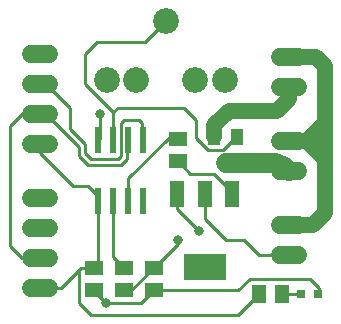
<source format=gtl>
G75*
G70*
%OFA0B0*%
%FSLAX24Y24*%
%IPPOS*%
%LPD*%
%AMOC8*
5,1,8,0,0,1.08239X$1,22.5*
%
%ADD10R,0.0480X0.0880*%
%ADD11R,0.1417X0.0866*%
%ADD12C,0.0600*%
%ADD13R,0.0315X0.0315*%
%ADD14R,0.0512X0.0591*%
%ADD15C,0.0860*%
%ADD16R,0.0236X0.0866*%
%ADD17R,0.0591X0.0512*%
%ADD18R,0.0394X0.0551*%
%ADD19C,0.0100*%
%ADD20C,0.0320*%
%ADD21C,0.0540*%
%ADD22C,0.0660*%
D10*
X006701Y005873D03*
X007611Y005873D03*
X008521Y005873D03*
D11*
X007611Y003433D03*
D12*
X002411Y002753D02*
X001811Y002753D01*
X001811Y003753D02*
X002411Y003753D01*
X002411Y004753D02*
X001811Y004753D01*
X001811Y005753D02*
X002411Y005753D01*
X002411Y007553D02*
X001811Y007553D01*
X001811Y008553D02*
X002411Y008553D01*
X002411Y009553D02*
X001811Y009553D01*
X001811Y010553D02*
X002411Y010553D01*
X010111Y010453D02*
X010711Y010453D01*
X010711Y009453D02*
X010111Y009453D01*
X010111Y007653D02*
X010711Y007653D01*
X010711Y006653D02*
X010111Y006653D01*
X010111Y004853D02*
X010711Y004853D01*
X010711Y003853D02*
X010111Y003853D01*
D13*
X010815Y002553D03*
X011406Y002553D03*
D14*
X010185Y002553D03*
X009437Y002553D03*
D15*
X008279Y009685D03*
X007295Y009685D03*
X005326Y009685D03*
X004342Y009685D03*
X006311Y011653D03*
D16*
X005561Y007677D03*
X005061Y007677D03*
X004561Y007677D03*
X004061Y007677D03*
X004061Y005630D03*
X004561Y005630D03*
X005061Y005630D03*
X005561Y005630D03*
D17*
X006711Y006979D03*
X006711Y007727D03*
X005911Y003427D03*
X005911Y002679D03*
X004911Y002679D03*
X004911Y003427D03*
X003911Y003427D03*
X003911Y002679D03*
D18*
X008311Y006920D03*
X008685Y007786D03*
X007937Y007786D03*
D19*
X007711Y007353D02*
X007311Y007753D01*
X007311Y008353D01*
X006911Y008753D01*
X004711Y008753D01*
X004561Y008603D01*
X003611Y009553D01*
X003611Y010553D01*
X004011Y010953D01*
X005611Y010953D01*
X006311Y011653D01*
X004561Y008603D02*
X004561Y007677D01*
X005011Y007627D02*
X005061Y007677D01*
X005011Y007627D02*
X005011Y007053D01*
X004811Y006853D01*
X003711Y006853D01*
X003411Y007153D01*
X003411Y007453D01*
X002311Y008553D01*
X002111Y008553D01*
X001511Y008553D01*
X001111Y008153D01*
X001111Y004153D01*
X001511Y003753D01*
X002111Y003753D01*
X002111Y002753D02*
X002811Y002753D01*
X003411Y003353D01*
X003411Y002253D01*
X003811Y001853D01*
X008737Y001853D01*
X009437Y002553D01*
X009111Y003053D02*
X011111Y003053D01*
X011411Y002753D01*
X011411Y002558D01*
X011406Y002553D01*
X010815Y002553D02*
X010185Y002553D01*
X009111Y003053D02*
X008737Y002679D01*
X005911Y002679D01*
X005485Y002253D01*
X004311Y002253D01*
X003911Y002653D01*
X003911Y002679D01*
X003911Y003427D02*
X003485Y003427D01*
X003411Y003353D01*
X003911Y003427D02*
X004061Y003577D01*
X004061Y005630D01*
X004061Y005803D01*
X003711Y006153D01*
X003211Y006153D01*
X002111Y007253D01*
X002111Y007553D01*
X003111Y008053D02*
X003611Y007553D01*
X003611Y007253D01*
X003811Y007053D01*
X004711Y007053D01*
X004811Y007153D01*
X004811Y008253D01*
X004911Y008353D01*
X005411Y008353D01*
X005511Y008253D01*
X005511Y007727D01*
X005561Y007677D01*
X006411Y007753D02*
X006685Y007753D01*
X006711Y007727D01*
X006411Y007753D02*
X005061Y006403D01*
X005061Y005630D01*
X004561Y005630D02*
X004561Y003777D01*
X004911Y003427D01*
X004911Y002679D02*
X005163Y002679D01*
X005911Y003427D01*
X006711Y004227D01*
X006711Y004353D01*
X007411Y004653D02*
X006701Y005363D01*
X006701Y005873D01*
X007137Y006553D02*
X006711Y006979D01*
X007137Y006553D02*
X007911Y006553D01*
X008521Y005943D01*
X008521Y005873D01*
X007611Y005873D02*
X007611Y005053D01*
X008311Y004353D01*
X008911Y004353D01*
X009411Y003853D01*
X010411Y003853D01*
X008211Y007353D02*
X007711Y007353D01*
X008211Y007353D02*
X008644Y007786D01*
X008685Y007786D01*
X004111Y007727D02*
X004111Y008553D01*
X004111Y007727D02*
X004061Y007677D01*
X003111Y008053D02*
X003111Y008753D01*
X002311Y009553D01*
X002111Y009553D01*
D20*
X004111Y008553D03*
X007411Y004653D03*
X006711Y004353D03*
X004311Y002253D03*
D21*
X007937Y007786D02*
X007937Y008179D01*
X008411Y008653D01*
X010011Y008653D01*
X010411Y009053D01*
X010411Y009453D01*
X010411Y010453D02*
X011311Y010453D01*
X011611Y010153D01*
X011611Y008253D01*
X011011Y007653D01*
X011611Y007053D01*
X011611Y005253D01*
X011211Y004853D01*
X010411Y004853D01*
X011611Y007053D02*
X011611Y007453D01*
X011411Y007653D01*
X011011Y007653D01*
X010411Y007653D01*
X011611Y007453D02*
X011611Y008253D01*
D22*
X009766Y006920D02*
X008311Y006920D01*
X009766Y006920D02*
X009826Y006918D01*
X009885Y006912D01*
X009944Y006902D01*
X010002Y006889D01*
X010059Y006872D01*
X010115Y006851D01*
X010169Y006826D01*
X010221Y006798D01*
X010272Y006766D01*
X010321Y006732D01*
X010367Y006694D01*
X010410Y006653D01*
M02*

</source>
